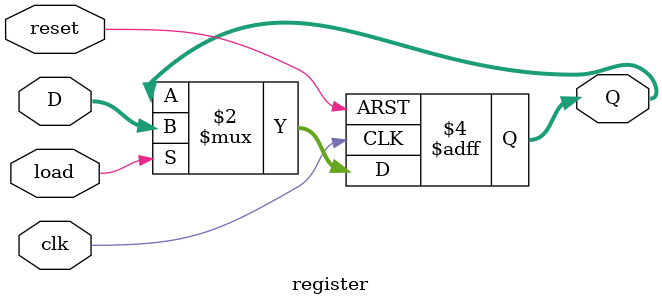
<source format=sv>
`timescale 1ns / 1ps



module register #(parameter N = 8) 
(
    input wire clk,
    input wire reset,
    input wire load,
    input wire [N-1:0] D,
    output reg [N-1:0] Q
);
    always @(posedge clk or posedge reset) begin
        if (reset)
            Q <= 0;
        else if (load)
            Q <= D;
    end
endmodule



</source>
